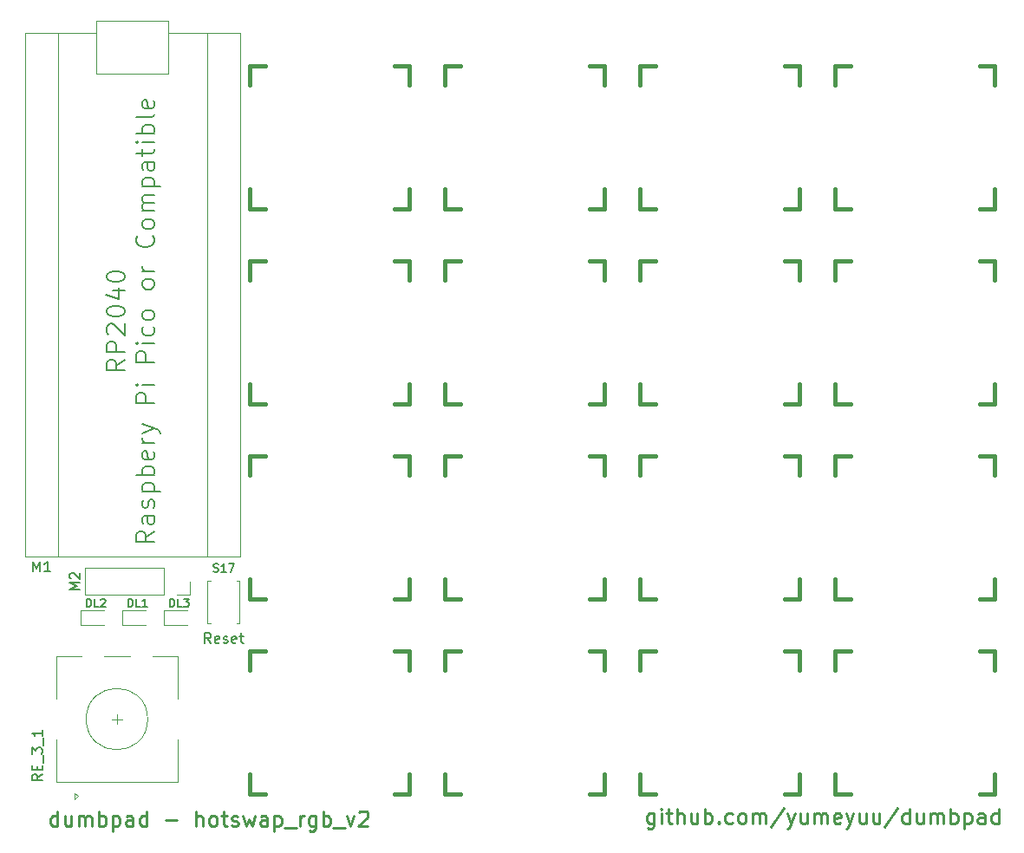
<source format=gto>
%TF.GenerationSoftware,KiCad,Pcbnew,8.0.0*%
%TF.CreationDate,2024-03-13T16:12:56+07:00*%
%TF.ProjectId,dumbpad,64756d62-7061-4642-9e6b-696361645f70,rev?*%
%TF.SameCoordinates,Original*%
%TF.FileFunction,Legend,Top*%
%TF.FilePolarity,Positive*%
%FSLAX46Y46*%
G04 Gerber Fmt 4.6, Leading zero omitted, Abs format (unit mm)*
G04 Created by KiCad (PCBNEW 8.0.0) date 2024-03-13 16:12:56*
%MOMM*%
%LPD*%
G01*
G04 APERTURE LIST*
%ADD10C,0.200000*%
%ADD11C,0.262500*%
%ADD12C,0.150000*%
%ADD13C,0.120000*%
%ADD14C,0.381000*%
G04 APERTURE END LIST*
D10*
X109990365Y-98005429D02*
X109133222Y-98605429D01*
X109990365Y-99034000D02*
X108190365Y-99034000D01*
X108190365Y-99034000D02*
X108190365Y-98348286D01*
X108190365Y-98348286D02*
X108276079Y-98176857D01*
X108276079Y-98176857D02*
X108361793Y-98091143D01*
X108361793Y-98091143D02*
X108533222Y-98005429D01*
X108533222Y-98005429D02*
X108790365Y-98005429D01*
X108790365Y-98005429D02*
X108961793Y-98091143D01*
X108961793Y-98091143D02*
X109047508Y-98176857D01*
X109047508Y-98176857D02*
X109133222Y-98348286D01*
X109133222Y-98348286D02*
X109133222Y-99034000D01*
X109990365Y-97234000D02*
X108190365Y-97234000D01*
X108190365Y-97234000D02*
X108190365Y-96548286D01*
X108190365Y-96548286D02*
X108276079Y-96376857D01*
X108276079Y-96376857D02*
X108361793Y-96291143D01*
X108361793Y-96291143D02*
X108533222Y-96205429D01*
X108533222Y-96205429D02*
X108790365Y-96205429D01*
X108790365Y-96205429D02*
X108961793Y-96291143D01*
X108961793Y-96291143D02*
X109047508Y-96376857D01*
X109047508Y-96376857D02*
X109133222Y-96548286D01*
X109133222Y-96548286D02*
X109133222Y-97234000D01*
X108361793Y-95519714D02*
X108276079Y-95434000D01*
X108276079Y-95434000D02*
X108190365Y-95262572D01*
X108190365Y-95262572D02*
X108190365Y-94834000D01*
X108190365Y-94834000D02*
X108276079Y-94662572D01*
X108276079Y-94662572D02*
X108361793Y-94576857D01*
X108361793Y-94576857D02*
X108533222Y-94491143D01*
X108533222Y-94491143D02*
X108704651Y-94491143D01*
X108704651Y-94491143D02*
X108961793Y-94576857D01*
X108961793Y-94576857D02*
X109990365Y-95605429D01*
X109990365Y-95605429D02*
X109990365Y-94491143D01*
X108190365Y-93376857D02*
X108190365Y-93205428D01*
X108190365Y-93205428D02*
X108276079Y-93034000D01*
X108276079Y-93034000D02*
X108361793Y-92948286D01*
X108361793Y-92948286D02*
X108533222Y-92862571D01*
X108533222Y-92862571D02*
X108876079Y-92776857D01*
X108876079Y-92776857D02*
X109304651Y-92776857D01*
X109304651Y-92776857D02*
X109647508Y-92862571D01*
X109647508Y-92862571D02*
X109818936Y-92948286D01*
X109818936Y-92948286D02*
X109904651Y-93034000D01*
X109904651Y-93034000D02*
X109990365Y-93205428D01*
X109990365Y-93205428D02*
X109990365Y-93376857D01*
X109990365Y-93376857D02*
X109904651Y-93548286D01*
X109904651Y-93548286D02*
X109818936Y-93634000D01*
X109818936Y-93634000D02*
X109647508Y-93719714D01*
X109647508Y-93719714D02*
X109304651Y-93805428D01*
X109304651Y-93805428D02*
X108876079Y-93805428D01*
X108876079Y-93805428D02*
X108533222Y-93719714D01*
X108533222Y-93719714D02*
X108361793Y-93634000D01*
X108361793Y-93634000D02*
X108276079Y-93548286D01*
X108276079Y-93548286D02*
X108190365Y-93376857D01*
X108790365Y-91234000D02*
X109990365Y-91234000D01*
X108104651Y-91662571D02*
X109390365Y-92091142D01*
X109390365Y-92091142D02*
X109390365Y-90976857D01*
X108190365Y-89948285D02*
X108190365Y-89776856D01*
X108190365Y-89776856D02*
X108276079Y-89605428D01*
X108276079Y-89605428D02*
X108361793Y-89519714D01*
X108361793Y-89519714D02*
X108533222Y-89433999D01*
X108533222Y-89433999D02*
X108876079Y-89348285D01*
X108876079Y-89348285D02*
X109304651Y-89348285D01*
X109304651Y-89348285D02*
X109647508Y-89433999D01*
X109647508Y-89433999D02*
X109818936Y-89519714D01*
X109818936Y-89519714D02*
X109904651Y-89605428D01*
X109904651Y-89605428D02*
X109990365Y-89776856D01*
X109990365Y-89776856D02*
X109990365Y-89948285D01*
X109990365Y-89948285D02*
X109904651Y-90119714D01*
X109904651Y-90119714D02*
X109818936Y-90205428D01*
X109818936Y-90205428D02*
X109647508Y-90291142D01*
X109647508Y-90291142D02*
X109304651Y-90376856D01*
X109304651Y-90376856D02*
X108876079Y-90376856D01*
X108876079Y-90376856D02*
X108533222Y-90291142D01*
X108533222Y-90291142D02*
X108361793Y-90205428D01*
X108361793Y-90205428D02*
X108276079Y-90119714D01*
X108276079Y-90119714D02*
X108190365Y-89948285D01*
X112888264Y-114762570D02*
X112031121Y-115362570D01*
X112888264Y-115791141D02*
X111088264Y-115791141D01*
X111088264Y-115791141D02*
X111088264Y-115105427D01*
X111088264Y-115105427D02*
X111173978Y-114933998D01*
X111173978Y-114933998D02*
X111259692Y-114848284D01*
X111259692Y-114848284D02*
X111431121Y-114762570D01*
X111431121Y-114762570D02*
X111688264Y-114762570D01*
X111688264Y-114762570D02*
X111859692Y-114848284D01*
X111859692Y-114848284D02*
X111945407Y-114933998D01*
X111945407Y-114933998D02*
X112031121Y-115105427D01*
X112031121Y-115105427D02*
X112031121Y-115791141D01*
X112888264Y-113219713D02*
X111945407Y-113219713D01*
X111945407Y-113219713D02*
X111773978Y-113305427D01*
X111773978Y-113305427D02*
X111688264Y-113476855D01*
X111688264Y-113476855D02*
X111688264Y-113819713D01*
X111688264Y-113819713D02*
X111773978Y-113991141D01*
X112802550Y-113219713D02*
X112888264Y-113391141D01*
X112888264Y-113391141D02*
X112888264Y-113819713D01*
X112888264Y-113819713D02*
X112802550Y-113991141D01*
X112802550Y-113991141D02*
X112631121Y-114076855D01*
X112631121Y-114076855D02*
X112459692Y-114076855D01*
X112459692Y-114076855D02*
X112288264Y-113991141D01*
X112288264Y-113991141D02*
X112202550Y-113819713D01*
X112202550Y-113819713D02*
X112202550Y-113391141D01*
X112202550Y-113391141D02*
X112116835Y-113219713D01*
X112802550Y-112448284D02*
X112888264Y-112276856D01*
X112888264Y-112276856D02*
X112888264Y-111933999D01*
X112888264Y-111933999D02*
X112802550Y-111762570D01*
X112802550Y-111762570D02*
X112631121Y-111676856D01*
X112631121Y-111676856D02*
X112545407Y-111676856D01*
X112545407Y-111676856D02*
X112373978Y-111762570D01*
X112373978Y-111762570D02*
X112288264Y-111933999D01*
X112288264Y-111933999D02*
X112288264Y-112191142D01*
X112288264Y-112191142D02*
X112202550Y-112362570D01*
X112202550Y-112362570D02*
X112031121Y-112448284D01*
X112031121Y-112448284D02*
X111945407Y-112448284D01*
X111945407Y-112448284D02*
X111773978Y-112362570D01*
X111773978Y-112362570D02*
X111688264Y-112191142D01*
X111688264Y-112191142D02*
X111688264Y-111933999D01*
X111688264Y-111933999D02*
X111773978Y-111762570D01*
X111688264Y-110905427D02*
X113488264Y-110905427D01*
X111773978Y-110905427D02*
X111688264Y-110733999D01*
X111688264Y-110733999D02*
X111688264Y-110391141D01*
X111688264Y-110391141D02*
X111773978Y-110219713D01*
X111773978Y-110219713D02*
X111859692Y-110133999D01*
X111859692Y-110133999D02*
X112031121Y-110048284D01*
X112031121Y-110048284D02*
X112545407Y-110048284D01*
X112545407Y-110048284D02*
X112716835Y-110133999D01*
X112716835Y-110133999D02*
X112802550Y-110219713D01*
X112802550Y-110219713D02*
X112888264Y-110391141D01*
X112888264Y-110391141D02*
X112888264Y-110733999D01*
X112888264Y-110733999D02*
X112802550Y-110905427D01*
X112888264Y-109276856D02*
X111088264Y-109276856D01*
X111773978Y-109276856D02*
X111688264Y-109105428D01*
X111688264Y-109105428D02*
X111688264Y-108762570D01*
X111688264Y-108762570D02*
X111773978Y-108591142D01*
X111773978Y-108591142D02*
X111859692Y-108505428D01*
X111859692Y-108505428D02*
X112031121Y-108419713D01*
X112031121Y-108419713D02*
X112545407Y-108419713D01*
X112545407Y-108419713D02*
X112716835Y-108505428D01*
X112716835Y-108505428D02*
X112802550Y-108591142D01*
X112802550Y-108591142D02*
X112888264Y-108762570D01*
X112888264Y-108762570D02*
X112888264Y-109105428D01*
X112888264Y-109105428D02*
X112802550Y-109276856D01*
X112802550Y-106962571D02*
X112888264Y-107133999D01*
X112888264Y-107133999D02*
X112888264Y-107476857D01*
X112888264Y-107476857D02*
X112802550Y-107648285D01*
X112802550Y-107648285D02*
X112631121Y-107733999D01*
X112631121Y-107733999D02*
X111945407Y-107733999D01*
X111945407Y-107733999D02*
X111773978Y-107648285D01*
X111773978Y-107648285D02*
X111688264Y-107476857D01*
X111688264Y-107476857D02*
X111688264Y-107133999D01*
X111688264Y-107133999D02*
X111773978Y-106962571D01*
X111773978Y-106962571D02*
X111945407Y-106876857D01*
X111945407Y-106876857D02*
X112116835Y-106876857D01*
X112116835Y-106876857D02*
X112288264Y-107733999D01*
X112888264Y-106105428D02*
X111688264Y-106105428D01*
X112031121Y-106105428D02*
X111859692Y-106019714D01*
X111859692Y-106019714D02*
X111773978Y-105934000D01*
X111773978Y-105934000D02*
X111688264Y-105762571D01*
X111688264Y-105762571D02*
X111688264Y-105591142D01*
X111688264Y-105162571D02*
X112888264Y-104733999D01*
X111688264Y-104305428D02*
X112888264Y-104733999D01*
X112888264Y-104733999D02*
X113316835Y-104905428D01*
X113316835Y-104905428D02*
X113402550Y-104991142D01*
X113402550Y-104991142D02*
X113488264Y-105162571D01*
X112888264Y-102248284D02*
X111088264Y-102248284D01*
X111088264Y-102248284D02*
X111088264Y-101562570D01*
X111088264Y-101562570D02*
X111173978Y-101391141D01*
X111173978Y-101391141D02*
X111259692Y-101305427D01*
X111259692Y-101305427D02*
X111431121Y-101219713D01*
X111431121Y-101219713D02*
X111688264Y-101219713D01*
X111688264Y-101219713D02*
X111859692Y-101305427D01*
X111859692Y-101305427D02*
X111945407Y-101391141D01*
X111945407Y-101391141D02*
X112031121Y-101562570D01*
X112031121Y-101562570D02*
X112031121Y-102248284D01*
X112888264Y-100448284D02*
X111688264Y-100448284D01*
X111088264Y-100448284D02*
X111173978Y-100533998D01*
X111173978Y-100533998D02*
X111259692Y-100448284D01*
X111259692Y-100448284D02*
X111173978Y-100362570D01*
X111173978Y-100362570D02*
X111088264Y-100448284D01*
X111088264Y-100448284D02*
X111259692Y-100448284D01*
X112888264Y-98219712D02*
X111088264Y-98219712D01*
X111088264Y-98219712D02*
X111088264Y-97533998D01*
X111088264Y-97533998D02*
X111173978Y-97362569D01*
X111173978Y-97362569D02*
X111259692Y-97276855D01*
X111259692Y-97276855D02*
X111431121Y-97191141D01*
X111431121Y-97191141D02*
X111688264Y-97191141D01*
X111688264Y-97191141D02*
X111859692Y-97276855D01*
X111859692Y-97276855D02*
X111945407Y-97362569D01*
X111945407Y-97362569D02*
X112031121Y-97533998D01*
X112031121Y-97533998D02*
X112031121Y-98219712D01*
X112888264Y-96419712D02*
X111688264Y-96419712D01*
X111088264Y-96419712D02*
X111173978Y-96505426D01*
X111173978Y-96505426D02*
X111259692Y-96419712D01*
X111259692Y-96419712D02*
X111173978Y-96333998D01*
X111173978Y-96333998D02*
X111088264Y-96419712D01*
X111088264Y-96419712D02*
X111259692Y-96419712D01*
X112802550Y-94791141D02*
X112888264Y-94962569D01*
X112888264Y-94962569D02*
X112888264Y-95305426D01*
X112888264Y-95305426D02*
X112802550Y-95476855D01*
X112802550Y-95476855D02*
X112716835Y-95562569D01*
X112716835Y-95562569D02*
X112545407Y-95648283D01*
X112545407Y-95648283D02*
X112031121Y-95648283D01*
X112031121Y-95648283D02*
X111859692Y-95562569D01*
X111859692Y-95562569D02*
X111773978Y-95476855D01*
X111773978Y-95476855D02*
X111688264Y-95305426D01*
X111688264Y-95305426D02*
X111688264Y-94962569D01*
X111688264Y-94962569D02*
X111773978Y-94791141D01*
X112888264Y-93762569D02*
X112802550Y-93933998D01*
X112802550Y-93933998D02*
X112716835Y-94019712D01*
X112716835Y-94019712D02*
X112545407Y-94105426D01*
X112545407Y-94105426D02*
X112031121Y-94105426D01*
X112031121Y-94105426D02*
X111859692Y-94019712D01*
X111859692Y-94019712D02*
X111773978Y-93933998D01*
X111773978Y-93933998D02*
X111688264Y-93762569D01*
X111688264Y-93762569D02*
X111688264Y-93505426D01*
X111688264Y-93505426D02*
X111773978Y-93333998D01*
X111773978Y-93333998D02*
X111859692Y-93248284D01*
X111859692Y-93248284D02*
X112031121Y-93162569D01*
X112031121Y-93162569D02*
X112545407Y-93162569D01*
X112545407Y-93162569D02*
X112716835Y-93248284D01*
X112716835Y-93248284D02*
X112802550Y-93333998D01*
X112802550Y-93333998D02*
X112888264Y-93505426D01*
X112888264Y-93505426D02*
X112888264Y-93762569D01*
X112888264Y-90762569D02*
X112802550Y-90933998D01*
X112802550Y-90933998D02*
X112716835Y-91019712D01*
X112716835Y-91019712D02*
X112545407Y-91105426D01*
X112545407Y-91105426D02*
X112031121Y-91105426D01*
X112031121Y-91105426D02*
X111859692Y-91019712D01*
X111859692Y-91019712D02*
X111773978Y-90933998D01*
X111773978Y-90933998D02*
X111688264Y-90762569D01*
X111688264Y-90762569D02*
X111688264Y-90505426D01*
X111688264Y-90505426D02*
X111773978Y-90333998D01*
X111773978Y-90333998D02*
X111859692Y-90248284D01*
X111859692Y-90248284D02*
X112031121Y-90162569D01*
X112031121Y-90162569D02*
X112545407Y-90162569D01*
X112545407Y-90162569D02*
X112716835Y-90248284D01*
X112716835Y-90248284D02*
X112802550Y-90333998D01*
X112802550Y-90333998D02*
X112888264Y-90505426D01*
X112888264Y-90505426D02*
X112888264Y-90762569D01*
X112888264Y-89391141D02*
X111688264Y-89391141D01*
X112031121Y-89391141D02*
X111859692Y-89305427D01*
X111859692Y-89305427D02*
X111773978Y-89219713D01*
X111773978Y-89219713D02*
X111688264Y-89048284D01*
X111688264Y-89048284D02*
X111688264Y-88876855D01*
X112716835Y-85876855D02*
X112802550Y-85962569D01*
X112802550Y-85962569D02*
X112888264Y-86219712D01*
X112888264Y-86219712D02*
X112888264Y-86391140D01*
X112888264Y-86391140D02*
X112802550Y-86648283D01*
X112802550Y-86648283D02*
X112631121Y-86819712D01*
X112631121Y-86819712D02*
X112459692Y-86905426D01*
X112459692Y-86905426D02*
X112116835Y-86991140D01*
X112116835Y-86991140D02*
X111859692Y-86991140D01*
X111859692Y-86991140D02*
X111516835Y-86905426D01*
X111516835Y-86905426D02*
X111345407Y-86819712D01*
X111345407Y-86819712D02*
X111173978Y-86648283D01*
X111173978Y-86648283D02*
X111088264Y-86391140D01*
X111088264Y-86391140D02*
X111088264Y-86219712D01*
X111088264Y-86219712D02*
X111173978Y-85962569D01*
X111173978Y-85962569D02*
X111259692Y-85876855D01*
X112888264Y-84848283D02*
X112802550Y-85019712D01*
X112802550Y-85019712D02*
X112716835Y-85105426D01*
X112716835Y-85105426D02*
X112545407Y-85191140D01*
X112545407Y-85191140D02*
X112031121Y-85191140D01*
X112031121Y-85191140D02*
X111859692Y-85105426D01*
X111859692Y-85105426D02*
X111773978Y-85019712D01*
X111773978Y-85019712D02*
X111688264Y-84848283D01*
X111688264Y-84848283D02*
X111688264Y-84591140D01*
X111688264Y-84591140D02*
X111773978Y-84419712D01*
X111773978Y-84419712D02*
X111859692Y-84333998D01*
X111859692Y-84333998D02*
X112031121Y-84248283D01*
X112031121Y-84248283D02*
X112545407Y-84248283D01*
X112545407Y-84248283D02*
X112716835Y-84333998D01*
X112716835Y-84333998D02*
X112802550Y-84419712D01*
X112802550Y-84419712D02*
X112888264Y-84591140D01*
X112888264Y-84591140D02*
X112888264Y-84848283D01*
X112888264Y-83476855D02*
X111688264Y-83476855D01*
X111859692Y-83476855D02*
X111773978Y-83391141D01*
X111773978Y-83391141D02*
X111688264Y-83219712D01*
X111688264Y-83219712D02*
X111688264Y-82962569D01*
X111688264Y-82962569D02*
X111773978Y-82791141D01*
X111773978Y-82791141D02*
X111945407Y-82705427D01*
X111945407Y-82705427D02*
X112888264Y-82705427D01*
X111945407Y-82705427D02*
X111773978Y-82619712D01*
X111773978Y-82619712D02*
X111688264Y-82448284D01*
X111688264Y-82448284D02*
X111688264Y-82191141D01*
X111688264Y-82191141D02*
X111773978Y-82019712D01*
X111773978Y-82019712D02*
X111945407Y-81933998D01*
X111945407Y-81933998D02*
X112888264Y-81933998D01*
X111688264Y-81076855D02*
X113488264Y-81076855D01*
X111773978Y-81076855D02*
X111688264Y-80905427D01*
X111688264Y-80905427D02*
X111688264Y-80562569D01*
X111688264Y-80562569D02*
X111773978Y-80391141D01*
X111773978Y-80391141D02*
X111859692Y-80305427D01*
X111859692Y-80305427D02*
X112031121Y-80219712D01*
X112031121Y-80219712D02*
X112545407Y-80219712D01*
X112545407Y-80219712D02*
X112716835Y-80305427D01*
X112716835Y-80305427D02*
X112802550Y-80391141D01*
X112802550Y-80391141D02*
X112888264Y-80562569D01*
X112888264Y-80562569D02*
X112888264Y-80905427D01*
X112888264Y-80905427D02*
X112802550Y-81076855D01*
X112888264Y-78676856D02*
X111945407Y-78676856D01*
X111945407Y-78676856D02*
X111773978Y-78762570D01*
X111773978Y-78762570D02*
X111688264Y-78933998D01*
X111688264Y-78933998D02*
X111688264Y-79276856D01*
X111688264Y-79276856D02*
X111773978Y-79448284D01*
X112802550Y-78676856D02*
X112888264Y-78848284D01*
X112888264Y-78848284D02*
X112888264Y-79276856D01*
X112888264Y-79276856D02*
X112802550Y-79448284D01*
X112802550Y-79448284D02*
X112631121Y-79533998D01*
X112631121Y-79533998D02*
X112459692Y-79533998D01*
X112459692Y-79533998D02*
X112288264Y-79448284D01*
X112288264Y-79448284D02*
X112202550Y-79276856D01*
X112202550Y-79276856D02*
X112202550Y-78848284D01*
X112202550Y-78848284D02*
X112116835Y-78676856D01*
X111688264Y-78076856D02*
X111688264Y-77391142D01*
X111088264Y-77819713D02*
X112631121Y-77819713D01*
X112631121Y-77819713D02*
X112802550Y-77733999D01*
X112802550Y-77733999D02*
X112888264Y-77562570D01*
X112888264Y-77562570D02*
X112888264Y-77391142D01*
X112888264Y-76791142D02*
X111688264Y-76791142D01*
X111088264Y-76791142D02*
X111173978Y-76876856D01*
X111173978Y-76876856D02*
X111259692Y-76791142D01*
X111259692Y-76791142D02*
X111173978Y-76705428D01*
X111173978Y-76705428D02*
X111088264Y-76791142D01*
X111088264Y-76791142D02*
X111259692Y-76791142D01*
X112888264Y-75933999D02*
X111088264Y-75933999D01*
X111773978Y-75933999D02*
X111688264Y-75762571D01*
X111688264Y-75762571D02*
X111688264Y-75419713D01*
X111688264Y-75419713D02*
X111773978Y-75248285D01*
X111773978Y-75248285D02*
X111859692Y-75162571D01*
X111859692Y-75162571D02*
X112031121Y-75076856D01*
X112031121Y-75076856D02*
X112545407Y-75076856D01*
X112545407Y-75076856D02*
X112716835Y-75162571D01*
X112716835Y-75162571D02*
X112802550Y-75248285D01*
X112802550Y-75248285D02*
X112888264Y-75419713D01*
X112888264Y-75419713D02*
X112888264Y-75762571D01*
X112888264Y-75762571D02*
X112802550Y-75933999D01*
X112888264Y-74048285D02*
X112802550Y-74219714D01*
X112802550Y-74219714D02*
X112631121Y-74305428D01*
X112631121Y-74305428D02*
X111088264Y-74305428D01*
X112802550Y-72676857D02*
X112888264Y-72848285D01*
X112888264Y-72848285D02*
X112888264Y-73191143D01*
X112888264Y-73191143D02*
X112802550Y-73362571D01*
X112802550Y-73362571D02*
X112631121Y-73448285D01*
X112631121Y-73448285D02*
X111945407Y-73448285D01*
X111945407Y-73448285D02*
X111773978Y-73362571D01*
X111773978Y-73362571D02*
X111688264Y-73191143D01*
X111688264Y-73191143D02*
X111688264Y-72848285D01*
X111688264Y-72848285D02*
X111773978Y-72676857D01*
X111773978Y-72676857D02*
X111945407Y-72591143D01*
X111945407Y-72591143D02*
X112116835Y-72591143D01*
X112116835Y-72591143D02*
X112288264Y-73448285D01*
D11*
X103415463Y-143568308D02*
X103415463Y-142080808D01*
X103415463Y-143497475D02*
X103273797Y-143568308D01*
X103273797Y-143568308D02*
X102990463Y-143568308D01*
X102990463Y-143568308D02*
X102848797Y-143497475D01*
X102848797Y-143497475D02*
X102777963Y-143426641D01*
X102777963Y-143426641D02*
X102707130Y-143284975D01*
X102707130Y-143284975D02*
X102707130Y-142859975D01*
X102707130Y-142859975D02*
X102777963Y-142718308D01*
X102777963Y-142718308D02*
X102848797Y-142647475D01*
X102848797Y-142647475D02*
X102990463Y-142576641D01*
X102990463Y-142576641D02*
X103273797Y-142576641D01*
X103273797Y-142576641D02*
X103415463Y-142647475D01*
X104761296Y-142576641D02*
X104761296Y-143568308D01*
X104123796Y-142576641D02*
X104123796Y-143355808D01*
X104123796Y-143355808D02*
X104194630Y-143497475D01*
X104194630Y-143497475D02*
X104336296Y-143568308D01*
X104336296Y-143568308D02*
X104548796Y-143568308D01*
X104548796Y-143568308D02*
X104690463Y-143497475D01*
X104690463Y-143497475D02*
X104761296Y-143426641D01*
X105469629Y-143568308D02*
X105469629Y-142576641D01*
X105469629Y-142718308D02*
X105540463Y-142647475D01*
X105540463Y-142647475D02*
X105682129Y-142576641D01*
X105682129Y-142576641D02*
X105894629Y-142576641D01*
X105894629Y-142576641D02*
X106036296Y-142647475D01*
X106036296Y-142647475D02*
X106107129Y-142789141D01*
X106107129Y-142789141D02*
X106107129Y-143568308D01*
X106107129Y-142789141D02*
X106177963Y-142647475D01*
X106177963Y-142647475D02*
X106319629Y-142576641D01*
X106319629Y-142576641D02*
X106532129Y-142576641D01*
X106532129Y-142576641D02*
X106673796Y-142647475D01*
X106673796Y-142647475D02*
X106744629Y-142789141D01*
X106744629Y-142789141D02*
X106744629Y-143568308D01*
X107452962Y-143568308D02*
X107452962Y-142080808D01*
X107452962Y-142647475D02*
X107594629Y-142576641D01*
X107594629Y-142576641D02*
X107877962Y-142576641D01*
X107877962Y-142576641D02*
X108019629Y-142647475D01*
X108019629Y-142647475D02*
X108090462Y-142718308D01*
X108090462Y-142718308D02*
X108161296Y-142859975D01*
X108161296Y-142859975D02*
X108161296Y-143284975D01*
X108161296Y-143284975D02*
X108090462Y-143426641D01*
X108090462Y-143426641D02*
X108019629Y-143497475D01*
X108019629Y-143497475D02*
X107877962Y-143568308D01*
X107877962Y-143568308D02*
X107594629Y-143568308D01*
X107594629Y-143568308D02*
X107452962Y-143497475D01*
X108798795Y-142576641D02*
X108798795Y-144064141D01*
X108798795Y-142647475D02*
X108940462Y-142576641D01*
X108940462Y-142576641D02*
X109223795Y-142576641D01*
X109223795Y-142576641D02*
X109365462Y-142647475D01*
X109365462Y-142647475D02*
X109436295Y-142718308D01*
X109436295Y-142718308D02*
X109507129Y-142859975D01*
X109507129Y-142859975D02*
X109507129Y-143284975D01*
X109507129Y-143284975D02*
X109436295Y-143426641D01*
X109436295Y-143426641D02*
X109365462Y-143497475D01*
X109365462Y-143497475D02*
X109223795Y-143568308D01*
X109223795Y-143568308D02*
X108940462Y-143568308D01*
X108940462Y-143568308D02*
X108798795Y-143497475D01*
X110782128Y-143568308D02*
X110782128Y-142789141D01*
X110782128Y-142789141D02*
X110711295Y-142647475D01*
X110711295Y-142647475D02*
X110569628Y-142576641D01*
X110569628Y-142576641D02*
X110286295Y-142576641D01*
X110286295Y-142576641D02*
X110144628Y-142647475D01*
X110782128Y-143497475D02*
X110640462Y-143568308D01*
X110640462Y-143568308D02*
X110286295Y-143568308D01*
X110286295Y-143568308D02*
X110144628Y-143497475D01*
X110144628Y-143497475D02*
X110073795Y-143355808D01*
X110073795Y-143355808D02*
X110073795Y-143214141D01*
X110073795Y-143214141D02*
X110144628Y-143072475D01*
X110144628Y-143072475D02*
X110286295Y-143001641D01*
X110286295Y-143001641D02*
X110640462Y-143001641D01*
X110640462Y-143001641D02*
X110782128Y-142930808D01*
X112127961Y-143568308D02*
X112127961Y-142080808D01*
X112127961Y-143497475D02*
X111986295Y-143568308D01*
X111986295Y-143568308D02*
X111702961Y-143568308D01*
X111702961Y-143568308D02*
X111561295Y-143497475D01*
X111561295Y-143497475D02*
X111490461Y-143426641D01*
X111490461Y-143426641D02*
X111419628Y-143284975D01*
X111419628Y-143284975D02*
X111419628Y-142859975D01*
X111419628Y-142859975D02*
X111490461Y-142718308D01*
X111490461Y-142718308D02*
X111561295Y-142647475D01*
X111561295Y-142647475D02*
X111702961Y-142576641D01*
X111702961Y-142576641D02*
X111986295Y-142576641D01*
X111986295Y-142576641D02*
X112127961Y-142647475D01*
X113969627Y-143001641D02*
X115102961Y-143001641D01*
X116944627Y-143568308D02*
X116944627Y-142080808D01*
X117582127Y-143568308D02*
X117582127Y-142789141D01*
X117582127Y-142789141D02*
X117511294Y-142647475D01*
X117511294Y-142647475D02*
X117369627Y-142576641D01*
X117369627Y-142576641D02*
X117157127Y-142576641D01*
X117157127Y-142576641D02*
X117015461Y-142647475D01*
X117015461Y-142647475D02*
X116944627Y-142718308D01*
X118502960Y-143568308D02*
X118361294Y-143497475D01*
X118361294Y-143497475D02*
X118290460Y-143426641D01*
X118290460Y-143426641D02*
X118219627Y-143284975D01*
X118219627Y-143284975D02*
X118219627Y-142859975D01*
X118219627Y-142859975D02*
X118290460Y-142718308D01*
X118290460Y-142718308D02*
X118361294Y-142647475D01*
X118361294Y-142647475D02*
X118502960Y-142576641D01*
X118502960Y-142576641D02*
X118715460Y-142576641D01*
X118715460Y-142576641D02*
X118857127Y-142647475D01*
X118857127Y-142647475D02*
X118927960Y-142718308D01*
X118927960Y-142718308D02*
X118998794Y-142859975D01*
X118998794Y-142859975D02*
X118998794Y-143284975D01*
X118998794Y-143284975D02*
X118927960Y-143426641D01*
X118927960Y-143426641D02*
X118857127Y-143497475D01*
X118857127Y-143497475D02*
X118715460Y-143568308D01*
X118715460Y-143568308D02*
X118502960Y-143568308D01*
X119423793Y-142576641D02*
X119990460Y-142576641D01*
X119636293Y-142080808D02*
X119636293Y-143355808D01*
X119636293Y-143355808D02*
X119707127Y-143497475D01*
X119707127Y-143497475D02*
X119848793Y-143568308D01*
X119848793Y-143568308D02*
X119990460Y-143568308D01*
X120415460Y-143497475D02*
X120557127Y-143568308D01*
X120557127Y-143568308D02*
X120840460Y-143568308D01*
X120840460Y-143568308D02*
X120982127Y-143497475D01*
X120982127Y-143497475D02*
X121052960Y-143355808D01*
X121052960Y-143355808D02*
X121052960Y-143284975D01*
X121052960Y-143284975D02*
X120982127Y-143143308D01*
X120982127Y-143143308D02*
X120840460Y-143072475D01*
X120840460Y-143072475D02*
X120627960Y-143072475D01*
X120627960Y-143072475D02*
X120486293Y-143001641D01*
X120486293Y-143001641D02*
X120415460Y-142859975D01*
X120415460Y-142859975D02*
X120415460Y-142789141D01*
X120415460Y-142789141D02*
X120486293Y-142647475D01*
X120486293Y-142647475D02*
X120627960Y-142576641D01*
X120627960Y-142576641D02*
X120840460Y-142576641D01*
X120840460Y-142576641D02*
X120982127Y-142647475D01*
X121548794Y-142576641D02*
X121832127Y-143568308D01*
X121832127Y-143568308D02*
X122115460Y-142859975D01*
X122115460Y-142859975D02*
X122398794Y-143568308D01*
X122398794Y-143568308D02*
X122682127Y-142576641D01*
X123886293Y-143568308D02*
X123886293Y-142789141D01*
X123886293Y-142789141D02*
X123815460Y-142647475D01*
X123815460Y-142647475D02*
X123673793Y-142576641D01*
X123673793Y-142576641D02*
X123390460Y-142576641D01*
X123390460Y-142576641D02*
X123248793Y-142647475D01*
X123886293Y-143497475D02*
X123744627Y-143568308D01*
X123744627Y-143568308D02*
X123390460Y-143568308D01*
X123390460Y-143568308D02*
X123248793Y-143497475D01*
X123248793Y-143497475D02*
X123177960Y-143355808D01*
X123177960Y-143355808D02*
X123177960Y-143214141D01*
X123177960Y-143214141D02*
X123248793Y-143072475D01*
X123248793Y-143072475D02*
X123390460Y-143001641D01*
X123390460Y-143001641D02*
X123744627Y-143001641D01*
X123744627Y-143001641D02*
X123886293Y-142930808D01*
X124594626Y-142576641D02*
X124594626Y-144064141D01*
X124594626Y-142647475D02*
X124736293Y-142576641D01*
X124736293Y-142576641D02*
X125019626Y-142576641D01*
X125019626Y-142576641D02*
X125161293Y-142647475D01*
X125161293Y-142647475D02*
X125232126Y-142718308D01*
X125232126Y-142718308D02*
X125302960Y-142859975D01*
X125302960Y-142859975D02*
X125302960Y-143284975D01*
X125302960Y-143284975D02*
X125232126Y-143426641D01*
X125232126Y-143426641D02*
X125161293Y-143497475D01*
X125161293Y-143497475D02*
X125019626Y-143568308D01*
X125019626Y-143568308D02*
X124736293Y-143568308D01*
X124736293Y-143568308D02*
X124594626Y-143497475D01*
X125586293Y-143709975D02*
X126719626Y-143709975D01*
X127073792Y-143568308D02*
X127073792Y-142576641D01*
X127073792Y-142859975D02*
X127144626Y-142718308D01*
X127144626Y-142718308D02*
X127215459Y-142647475D01*
X127215459Y-142647475D02*
X127357126Y-142576641D01*
X127357126Y-142576641D02*
X127498792Y-142576641D01*
X128632125Y-142576641D02*
X128632125Y-143780808D01*
X128632125Y-143780808D02*
X128561292Y-143922475D01*
X128561292Y-143922475D02*
X128490459Y-143993308D01*
X128490459Y-143993308D02*
X128348792Y-144064141D01*
X128348792Y-144064141D02*
X128136292Y-144064141D01*
X128136292Y-144064141D02*
X127994625Y-143993308D01*
X128632125Y-143497475D02*
X128490459Y-143568308D01*
X128490459Y-143568308D02*
X128207125Y-143568308D01*
X128207125Y-143568308D02*
X128065459Y-143497475D01*
X128065459Y-143497475D02*
X127994625Y-143426641D01*
X127994625Y-143426641D02*
X127923792Y-143284975D01*
X127923792Y-143284975D02*
X127923792Y-142859975D01*
X127923792Y-142859975D02*
X127994625Y-142718308D01*
X127994625Y-142718308D02*
X128065459Y-142647475D01*
X128065459Y-142647475D02*
X128207125Y-142576641D01*
X128207125Y-142576641D02*
X128490459Y-142576641D01*
X128490459Y-142576641D02*
X128632125Y-142647475D01*
X129340458Y-143568308D02*
X129340458Y-142080808D01*
X129340458Y-142647475D02*
X129482125Y-142576641D01*
X129482125Y-142576641D02*
X129765458Y-142576641D01*
X129765458Y-142576641D02*
X129907125Y-142647475D01*
X129907125Y-142647475D02*
X129977958Y-142718308D01*
X129977958Y-142718308D02*
X130048792Y-142859975D01*
X130048792Y-142859975D02*
X130048792Y-143284975D01*
X130048792Y-143284975D02*
X129977958Y-143426641D01*
X129977958Y-143426641D02*
X129907125Y-143497475D01*
X129907125Y-143497475D02*
X129765458Y-143568308D01*
X129765458Y-143568308D02*
X129482125Y-143568308D01*
X129482125Y-143568308D02*
X129340458Y-143497475D01*
X130332125Y-143709975D02*
X131465458Y-143709975D01*
X131677958Y-142576641D02*
X132032124Y-143568308D01*
X132032124Y-143568308D02*
X132386291Y-142576641D01*
X132882124Y-142222475D02*
X132952957Y-142151641D01*
X132952957Y-142151641D02*
X133094624Y-142080808D01*
X133094624Y-142080808D02*
X133448791Y-142080808D01*
X133448791Y-142080808D02*
X133590457Y-142151641D01*
X133590457Y-142151641D02*
X133661291Y-142222475D01*
X133661291Y-142222475D02*
X133732124Y-142364141D01*
X133732124Y-142364141D02*
X133732124Y-142505808D01*
X133732124Y-142505808D02*
X133661291Y-142718308D01*
X133661291Y-142718308D02*
X132811291Y-143568308D01*
X132811291Y-143568308D02*
X133732124Y-143568308D01*
X161661310Y-142322641D02*
X161661310Y-143526808D01*
X161661310Y-143526808D02*
X161590477Y-143668475D01*
X161590477Y-143668475D02*
X161519644Y-143739308D01*
X161519644Y-143739308D02*
X161377977Y-143810141D01*
X161377977Y-143810141D02*
X161165477Y-143810141D01*
X161165477Y-143810141D02*
X161023810Y-143739308D01*
X161661310Y-143243475D02*
X161519644Y-143314308D01*
X161519644Y-143314308D02*
X161236310Y-143314308D01*
X161236310Y-143314308D02*
X161094644Y-143243475D01*
X161094644Y-143243475D02*
X161023810Y-143172641D01*
X161023810Y-143172641D02*
X160952977Y-143030975D01*
X160952977Y-143030975D02*
X160952977Y-142605975D01*
X160952977Y-142605975D02*
X161023810Y-142464308D01*
X161023810Y-142464308D02*
X161094644Y-142393475D01*
X161094644Y-142393475D02*
X161236310Y-142322641D01*
X161236310Y-142322641D02*
X161519644Y-142322641D01*
X161519644Y-142322641D02*
X161661310Y-142393475D01*
X162369643Y-143314308D02*
X162369643Y-142322641D01*
X162369643Y-141826808D02*
X162298810Y-141897641D01*
X162298810Y-141897641D02*
X162369643Y-141968475D01*
X162369643Y-141968475D02*
X162440477Y-141897641D01*
X162440477Y-141897641D02*
X162369643Y-141826808D01*
X162369643Y-141826808D02*
X162369643Y-141968475D01*
X162865476Y-142322641D02*
X163432143Y-142322641D01*
X163077976Y-141826808D02*
X163077976Y-143101808D01*
X163077976Y-143101808D02*
X163148810Y-143243475D01*
X163148810Y-143243475D02*
X163290476Y-143314308D01*
X163290476Y-143314308D02*
X163432143Y-143314308D01*
X163927976Y-143314308D02*
X163927976Y-141826808D01*
X164565476Y-143314308D02*
X164565476Y-142535141D01*
X164565476Y-142535141D02*
X164494643Y-142393475D01*
X164494643Y-142393475D02*
X164352976Y-142322641D01*
X164352976Y-142322641D02*
X164140476Y-142322641D01*
X164140476Y-142322641D02*
X163998810Y-142393475D01*
X163998810Y-142393475D02*
X163927976Y-142464308D01*
X165911309Y-142322641D02*
X165911309Y-143314308D01*
X165273809Y-142322641D02*
X165273809Y-143101808D01*
X165273809Y-143101808D02*
X165344643Y-143243475D01*
X165344643Y-143243475D02*
X165486309Y-143314308D01*
X165486309Y-143314308D02*
X165698809Y-143314308D01*
X165698809Y-143314308D02*
X165840476Y-143243475D01*
X165840476Y-143243475D02*
X165911309Y-143172641D01*
X166619642Y-143314308D02*
X166619642Y-141826808D01*
X166619642Y-142393475D02*
X166761309Y-142322641D01*
X166761309Y-142322641D02*
X167044642Y-142322641D01*
X167044642Y-142322641D02*
X167186309Y-142393475D01*
X167186309Y-142393475D02*
X167257142Y-142464308D01*
X167257142Y-142464308D02*
X167327976Y-142605975D01*
X167327976Y-142605975D02*
X167327976Y-143030975D01*
X167327976Y-143030975D02*
X167257142Y-143172641D01*
X167257142Y-143172641D02*
X167186309Y-143243475D01*
X167186309Y-143243475D02*
X167044642Y-143314308D01*
X167044642Y-143314308D02*
X166761309Y-143314308D01*
X166761309Y-143314308D02*
X166619642Y-143243475D01*
X167965475Y-143172641D02*
X168036309Y-143243475D01*
X168036309Y-143243475D02*
X167965475Y-143314308D01*
X167965475Y-143314308D02*
X167894642Y-143243475D01*
X167894642Y-143243475D02*
X167965475Y-143172641D01*
X167965475Y-143172641D02*
X167965475Y-143314308D01*
X169311308Y-143243475D02*
X169169642Y-143314308D01*
X169169642Y-143314308D02*
X168886308Y-143314308D01*
X168886308Y-143314308D02*
X168744642Y-143243475D01*
X168744642Y-143243475D02*
X168673808Y-143172641D01*
X168673808Y-143172641D02*
X168602975Y-143030975D01*
X168602975Y-143030975D02*
X168602975Y-142605975D01*
X168602975Y-142605975D02*
X168673808Y-142464308D01*
X168673808Y-142464308D02*
X168744642Y-142393475D01*
X168744642Y-142393475D02*
X168886308Y-142322641D01*
X168886308Y-142322641D02*
X169169642Y-142322641D01*
X169169642Y-142322641D02*
X169311308Y-142393475D01*
X170161308Y-143314308D02*
X170019642Y-143243475D01*
X170019642Y-143243475D02*
X169948808Y-143172641D01*
X169948808Y-143172641D02*
X169877975Y-143030975D01*
X169877975Y-143030975D02*
X169877975Y-142605975D01*
X169877975Y-142605975D02*
X169948808Y-142464308D01*
X169948808Y-142464308D02*
X170019642Y-142393475D01*
X170019642Y-142393475D02*
X170161308Y-142322641D01*
X170161308Y-142322641D02*
X170373808Y-142322641D01*
X170373808Y-142322641D02*
X170515475Y-142393475D01*
X170515475Y-142393475D02*
X170586308Y-142464308D01*
X170586308Y-142464308D02*
X170657142Y-142605975D01*
X170657142Y-142605975D02*
X170657142Y-143030975D01*
X170657142Y-143030975D02*
X170586308Y-143172641D01*
X170586308Y-143172641D02*
X170515475Y-143243475D01*
X170515475Y-143243475D02*
X170373808Y-143314308D01*
X170373808Y-143314308D02*
X170161308Y-143314308D01*
X171294641Y-143314308D02*
X171294641Y-142322641D01*
X171294641Y-142464308D02*
X171365475Y-142393475D01*
X171365475Y-142393475D02*
X171507141Y-142322641D01*
X171507141Y-142322641D02*
X171719641Y-142322641D01*
X171719641Y-142322641D02*
X171861308Y-142393475D01*
X171861308Y-142393475D02*
X171932141Y-142535141D01*
X171932141Y-142535141D02*
X171932141Y-143314308D01*
X171932141Y-142535141D02*
X172002975Y-142393475D01*
X172002975Y-142393475D02*
X172144641Y-142322641D01*
X172144641Y-142322641D02*
X172357141Y-142322641D01*
X172357141Y-142322641D02*
X172498808Y-142393475D01*
X172498808Y-142393475D02*
X172569641Y-142535141D01*
X172569641Y-142535141D02*
X172569641Y-143314308D01*
X174340474Y-141755975D02*
X173065474Y-143668475D01*
X174694641Y-142322641D02*
X175048807Y-143314308D01*
X175402974Y-142322641D02*
X175048807Y-143314308D01*
X175048807Y-143314308D02*
X174907141Y-143668475D01*
X174907141Y-143668475D02*
X174836307Y-143739308D01*
X174836307Y-143739308D02*
X174694641Y-143810141D01*
X176607140Y-142322641D02*
X176607140Y-143314308D01*
X175969640Y-142322641D02*
X175969640Y-143101808D01*
X175969640Y-143101808D02*
X176040474Y-143243475D01*
X176040474Y-143243475D02*
X176182140Y-143314308D01*
X176182140Y-143314308D02*
X176394640Y-143314308D01*
X176394640Y-143314308D02*
X176536307Y-143243475D01*
X176536307Y-143243475D02*
X176607140Y-143172641D01*
X177315473Y-143314308D02*
X177315473Y-142322641D01*
X177315473Y-142464308D02*
X177386307Y-142393475D01*
X177386307Y-142393475D02*
X177527973Y-142322641D01*
X177527973Y-142322641D02*
X177740473Y-142322641D01*
X177740473Y-142322641D02*
X177882140Y-142393475D01*
X177882140Y-142393475D02*
X177952973Y-142535141D01*
X177952973Y-142535141D02*
X177952973Y-143314308D01*
X177952973Y-142535141D02*
X178023807Y-142393475D01*
X178023807Y-142393475D02*
X178165473Y-142322641D01*
X178165473Y-142322641D02*
X178377973Y-142322641D01*
X178377973Y-142322641D02*
X178519640Y-142393475D01*
X178519640Y-142393475D02*
X178590473Y-142535141D01*
X178590473Y-142535141D02*
X178590473Y-143314308D01*
X179865473Y-143243475D02*
X179723806Y-143314308D01*
X179723806Y-143314308D02*
X179440473Y-143314308D01*
X179440473Y-143314308D02*
X179298806Y-143243475D01*
X179298806Y-143243475D02*
X179227973Y-143101808D01*
X179227973Y-143101808D02*
X179227973Y-142535141D01*
X179227973Y-142535141D02*
X179298806Y-142393475D01*
X179298806Y-142393475D02*
X179440473Y-142322641D01*
X179440473Y-142322641D02*
X179723806Y-142322641D01*
X179723806Y-142322641D02*
X179865473Y-142393475D01*
X179865473Y-142393475D02*
X179936306Y-142535141D01*
X179936306Y-142535141D02*
X179936306Y-142676808D01*
X179936306Y-142676808D02*
X179227973Y-142818475D01*
X180432140Y-142322641D02*
X180786306Y-143314308D01*
X181140473Y-142322641D02*
X180786306Y-143314308D01*
X180786306Y-143314308D02*
X180644640Y-143668475D01*
X180644640Y-143668475D02*
X180573806Y-143739308D01*
X180573806Y-143739308D02*
X180432140Y-143810141D01*
X182344639Y-142322641D02*
X182344639Y-143314308D01*
X181707139Y-142322641D02*
X181707139Y-143101808D01*
X181707139Y-143101808D02*
X181777973Y-143243475D01*
X181777973Y-143243475D02*
X181919639Y-143314308D01*
X181919639Y-143314308D02*
X182132139Y-143314308D01*
X182132139Y-143314308D02*
X182273806Y-143243475D01*
X182273806Y-143243475D02*
X182344639Y-143172641D01*
X183690472Y-142322641D02*
X183690472Y-143314308D01*
X183052972Y-142322641D02*
X183052972Y-143101808D01*
X183052972Y-143101808D02*
X183123806Y-143243475D01*
X183123806Y-143243475D02*
X183265472Y-143314308D01*
X183265472Y-143314308D02*
X183477972Y-143314308D01*
X183477972Y-143314308D02*
X183619639Y-143243475D01*
X183619639Y-143243475D02*
X183690472Y-143172641D01*
X185461305Y-141755975D02*
X184186305Y-143668475D01*
X186594638Y-143314308D02*
X186594638Y-141826808D01*
X186594638Y-143243475D02*
X186452972Y-143314308D01*
X186452972Y-143314308D02*
X186169638Y-143314308D01*
X186169638Y-143314308D02*
X186027972Y-143243475D01*
X186027972Y-143243475D02*
X185957138Y-143172641D01*
X185957138Y-143172641D02*
X185886305Y-143030975D01*
X185886305Y-143030975D02*
X185886305Y-142605975D01*
X185886305Y-142605975D02*
X185957138Y-142464308D01*
X185957138Y-142464308D02*
X186027972Y-142393475D01*
X186027972Y-142393475D02*
X186169638Y-142322641D01*
X186169638Y-142322641D02*
X186452972Y-142322641D01*
X186452972Y-142322641D02*
X186594638Y-142393475D01*
X187940471Y-142322641D02*
X187940471Y-143314308D01*
X187302971Y-142322641D02*
X187302971Y-143101808D01*
X187302971Y-143101808D02*
X187373805Y-143243475D01*
X187373805Y-143243475D02*
X187515471Y-143314308D01*
X187515471Y-143314308D02*
X187727971Y-143314308D01*
X187727971Y-143314308D02*
X187869638Y-143243475D01*
X187869638Y-143243475D02*
X187940471Y-143172641D01*
X188648804Y-143314308D02*
X188648804Y-142322641D01*
X188648804Y-142464308D02*
X188719638Y-142393475D01*
X188719638Y-142393475D02*
X188861304Y-142322641D01*
X188861304Y-142322641D02*
X189073804Y-142322641D01*
X189073804Y-142322641D02*
X189215471Y-142393475D01*
X189215471Y-142393475D02*
X189286304Y-142535141D01*
X189286304Y-142535141D02*
X189286304Y-143314308D01*
X189286304Y-142535141D02*
X189357138Y-142393475D01*
X189357138Y-142393475D02*
X189498804Y-142322641D01*
X189498804Y-142322641D02*
X189711304Y-142322641D01*
X189711304Y-142322641D02*
X189852971Y-142393475D01*
X189852971Y-142393475D02*
X189923804Y-142535141D01*
X189923804Y-142535141D02*
X189923804Y-143314308D01*
X190632137Y-143314308D02*
X190632137Y-141826808D01*
X190632137Y-142393475D02*
X190773804Y-142322641D01*
X190773804Y-142322641D02*
X191057137Y-142322641D01*
X191057137Y-142322641D02*
X191198804Y-142393475D01*
X191198804Y-142393475D02*
X191269637Y-142464308D01*
X191269637Y-142464308D02*
X191340471Y-142605975D01*
X191340471Y-142605975D02*
X191340471Y-143030975D01*
X191340471Y-143030975D02*
X191269637Y-143172641D01*
X191269637Y-143172641D02*
X191198804Y-143243475D01*
X191198804Y-143243475D02*
X191057137Y-143314308D01*
X191057137Y-143314308D02*
X190773804Y-143314308D01*
X190773804Y-143314308D02*
X190632137Y-143243475D01*
X191977970Y-142322641D02*
X191977970Y-143810141D01*
X191977970Y-142393475D02*
X192119637Y-142322641D01*
X192119637Y-142322641D02*
X192402970Y-142322641D01*
X192402970Y-142322641D02*
X192544637Y-142393475D01*
X192544637Y-142393475D02*
X192615470Y-142464308D01*
X192615470Y-142464308D02*
X192686304Y-142605975D01*
X192686304Y-142605975D02*
X192686304Y-143030975D01*
X192686304Y-143030975D02*
X192615470Y-143172641D01*
X192615470Y-143172641D02*
X192544637Y-143243475D01*
X192544637Y-143243475D02*
X192402970Y-143314308D01*
X192402970Y-143314308D02*
X192119637Y-143314308D01*
X192119637Y-143314308D02*
X191977970Y-143243475D01*
X193961303Y-143314308D02*
X193961303Y-142535141D01*
X193961303Y-142535141D02*
X193890470Y-142393475D01*
X193890470Y-142393475D02*
X193748803Y-142322641D01*
X193748803Y-142322641D02*
X193465470Y-142322641D01*
X193465470Y-142322641D02*
X193323803Y-142393475D01*
X193961303Y-143243475D02*
X193819637Y-143314308D01*
X193819637Y-143314308D02*
X193465470Y-143314308D01*
X193465470Y-143314308D02*
X193323803Y-143243475D01*
X193323803Y-143243475D02*
X193252970Y-143101808D01*
X193252970Y-143101808D02*
X193252970Y-142960141D01*
X193252970Y-142960141D02*
X193323803Y-142818475D01*
X193323803Y-142818475D02*
X193465470Y-142747641D01*
X193465470Y-142747641D02*
X193819637Y-142747641D01*
X193819637Y-142747641D02*
X193961303Y-142676808D01*
X195307136Y-143314308D02*
X195307136Y-141826808D01*
X195307136Y-143243475D02*
X195165470Y-143314308D01*
X195165470Y-143314308D02*
X194882136Y-143314308D01*
X194882136Y-143314308D02*
X194740470Y-143243475D01*
X194740470Y-143243475D02*
X194669636Y-143172641D01*
X194669636Y-143172641D02*
X194598803Y-143030975D01*
X194598803Y-143030975D02*
X194598803Y-142605975D01*
X194598803Y-142605975D02*
X194669636Y-142464308D01*
X194669636Y-142464308D02*
X194740470Y-142393475D01*
X194740470Y-142393475D02*
X194882136Y-142322641D01*
X194882136Y-142322641D02*
X195165470Y-142322641D01*
X195165470Y-142322641D02*
X195307136Y-142393475D01*
D12*
X101044476Y-118691819D02*
X101044476Y-117691819D01*
X101044476Y-117691819D02*
X101377809Y-118406104D01*
X101377809Y-118406104D02*
X101711142Y-117691819D01*
X101711142Y-117691819D02*
X101711142Y-118691819D01*
X102711142Y-118691819D02*
X102139714Y-118691819D01*
X102425428Y-118691819D02*
X102425428Y-117691819D01*
X102425428Y-117691819D02*
X102330190Y-117834676D01*
X102330190Y-117834676D02*
X102234952Y-117929914D01*
X102234952Y-117929914D02*
X102139714Y-117977533D01*
X118643523Y-118688200D02*
X118757809Y-118726295D01*
X118757809Y-118726295D02*
X118948285Y-118726295D01*
X118948285Y-118726295D02*
X119024476Y-118688200D01*
X119024476Y-118688200D02*
X119062571Y-118650104D01*
X119062571Y-118650104D02*
X119100666Y-118573914D01*
X119100666Y-118573914D02*
X119100666Y-118497723D01*
X119100666Y-118497723D02*
X119062571Y-118421533D01*
X119062571Y-118421533D02*
X119024476Y-118383438D01*
X119024476Y-118383438D02*
X118948285Y-118345342D01*
X118948285Y-118345342D02*
X118795904Y-118307247D01*
X118795904Y-118307247D02*
X118719714Y-118269152D01*
X118719714Y-118269152D02*
X118681619Y-118231057D01*
X118681619Y-118231057D02*
X118643523Y-118154866D01*
X118643523Y-118154866D02*
X118643523Y-118078676D01*
X118643523Y-118078676D02*
X118681619Y-118002485D01*
X118681619Y-118002485D02*
X118719714Y-117964390D01*
X118719714Y-117964390D02*
X118795904Y-117926295D01*
X118795904Y-117926295D02*
X118986381Y-117926295D01*
X118986381Y-117926295D02*
X119100666Y-117964390D01*
X119862571Y-118726295D02*
X119405428Y-118726295D01*
X119634000Y-118726295D02*
X119634000Y-117926295D01*
X119634000Y-117926295D02*
X119557809Y-118040580D01*
X119557809Y-118040580D02*
X119481619Y-118116771D01*
X119481619Y-118116771D02*
X119405428Y-118154866D01*
X120129238Y-117926295D02*
X120662572Y-117926295D01*
X120662572Y-117926295D02*
X120319714Y-118726295D01*
X118395904Y-125676819D02*
X118062571Y-125200628D01*
X117824476Y-125676819D02*
X117824476Y-124676819D01*
X117824476Y-124676819D02*
X118205428Y-124676819D01*
X118205428Y-124676819D02*
X118300666Y-124724438D01*
X118300666Y-124724438D02*
X118348285Y-124772057D01*
X118348285Y-124772057D02*
X118395904Y-124867295D01*
X118395904Y-124867295D02*
X118395904Y-125010152D01*
X118395904Y-125010152D02*
X118348285Y-125105390D01*
X118348285Y-125105390D02*
X118300666Y-125153009D01*
X118300666Y-125153009D02*
X118205428Y-125200628D01*
X118205428Y-125200628D02*
X117824476Y-125200628D01*
X119205428Y-125629200D02*
X119110190Y-125676819D01*
X119110190Y-125676819D02*
X118919714Y-125676819D01*
X118919714Y-125676819D02*
X118824476Y-125629200D01*
X118824476Y-125629200D02*
X118776857Y-125533961D01*
X118776857Y-125533961D02*
X118776857Y-125153009D01*
X118776857Y-125153009D02*
X118824476Y-125057771D01*
X118824476Y-125057771D02*
X118919714Y-125010152D01*
X118919714Y-125010152D02*
X119110190Y-125010152D01*
X119110190Y-125010152D02*
X119205428Y-125057771D01*
X119205428Y-125057771D02*
X119253047Y-125153009D01*
X119253047Y-125153009D02*
X119253047Y-125248247D01*
X119253047Y-125248247D02*
X118776857Y-125343485D01*
X119634000Y-125629200D02*
X119729238Y-125676819D01*
X119729238Y-125676819D02*
X119919714Y-125676819D01*
X119919714Y-125676819D02*
X120014952Y-125629200D01*
X120014952Y-125629200D02*
X120062571Y-125533961D01*
X120062571Y-125533961D02*
X120062571Y-125486342D01*
X120062571Y-125486342D02*
X120014952Y-125391104D01*
X120014952Y-125391104D02*
X119919714Y-125343485D01*
X119919714Y-125343485D02*
X119776857Y-125343485D01*
X119776857Y-125343485D02*
X119681619Y-125295866D01*
X119681619Y-125295866D02*
X119634000Y-125200628D01*
X119634000Y-125200628D02*
X119634000Y-125153009D01*
X119634000Y-125153009D02*
X119681619Y-125057771D01*
X119681619Y-125057771D02*
X119776857Y-125010152D01*
X119776857Y-125010152D02*
X119919714Y-125010152D01*
X119919714Y-125010152D02*
X120014952Y-125057771D01*
X120872095Y-125629200D02*
X120776857Y-125676819D01*
X120776857Y-125676819D02*
X120586381Y-125676819D01*
X120586381Y-125676819D02*
X120491143Y-125629200D01*
X120491143Y-125629200D02*
X120443524Y-125533961D01*
X120443524Y-125533961D02*
X120443524Y-125153009D01*
X120443524Y-125153009D02*
X120491143Y-125057771D01*
X120491143Y-125057771D02*
X120586381Y-125010152D01*
X120586381Y-125010152D02*
X120776857Y-125010152D01*
X120776857Y-125010152D02*
X120872095Y-125057771D01*
X120872095Y-125057771D02*
X120919714Y-125153009D01*
X120919714Y-125153009D02*
X120919714Y-125248247D01*
X120919714Y-125248247D02*
X120443524Y-125343485D01*
X121205429Y-125010152D02*
X121586381Y-125010152D01*
X121348286Y-124676819D02*
X121348286Y-125533961D01*
X121348286Y-125533961D02*
X121395905Y-125629200D01*
X121395905Y-125629200D02*
X121491143Y-125676819D01*
X121491143Y-125676819D02*
X121586381Y-125676819D01*
X106248214Y-122155295D02*
X106248214Y-121355295D01*
X106248214Y-121355295D02*
X106438690Y-121355295D01*
X106438690Y-121355295D02*
X106552976Y-121393390D01*
X106552976Y-121393390D02*
X106629166Y-121469580D01*
X106629166Y-121469580D02*
X106667261Y-121545771D01*
X106667261Y-121545771D02*
X106705357Y-121698152D01*
X106705357Y-121698152D02*
X106705357Y-121812438D01*
X106705357Y-121812438D02*
X106667261Y-121964819D01*
X106667261Y-121964819D02*
X106629166Y-122041009D01*
X106629166Y-122041009D02*
X106552976Y-122117200D01*
X106552976Y-122117200D02*
X106438690Y-122155295D01*
X106438690Y-122155295D02*
X106248214Y-122155295D01*
X107429166Y-122155295D02*
X107048214Y-122155295D01*
X107048214Y-122155295D02*
X107048214Y-121355295D01*
X107657737Y-121431485D02*
X107695833Y-121393390D01*
X107695833Y-121393390D02*
X107772023Y-121355295D01*
X107772023Y-121355295D02*
X107962499Y-121355295D01*
X107962499Y-121355295D02*
X108038690Y-121393390D01*
X108038690Y-121393390D02*
X108076785Y-121431485D01*
X108076785Y-121431485D02*
X108114880Y-121507676D01*
X108114880Y-121507676D02*
X108114880Y-121583866D01*
X108114880Y-121583866D02*
X108076785Y-121698152D01*
X108076785Y-121698152D02*
X107619642Y-122155295D01*
X107619642Y-122155295D02*
X108114880Y-122155295D01*
X101927819Y-138509143D02*
X101451628Y-138842476D01*
X101927819Y-139080571D02*
X100927819Y-139080571D01*
X100927819Y-139080571D02*
X100927819Y-138699619D01*
X100927819Y-138699619D02*
X100975438Y-138604381D01*
X100975438Y-138604381D02*
X101023057Y-138556762D01*
X101023057Y-138556762D02*
X101118295Y-138509143D01*
X101118295Y-138509143D02*
X101261152Y-138509143D01*
X101261152Y-138509143D02*
X101356390Y-138556762D01*
X101356390Y-138556762D02*
X101404009Y-138604381D01*
X101404009Y-138604381D02*
X101451628Y-138699619D01*
X101451628Y-138699619D02*
X101451628Y-139080571D01*
X101404009Y-138080571D02*
X101404009Y-137747238D01*
X101927819Y-137604381D02*
X101927819Y-138080571D01*
X101927819Y-138080571D02*
X100927819Y-138080571D01*
X100927819Y-138080571D02*
X100927819Y-137604381D01*
X102023057Y-137413905D02*
X102023057Y-136652000D01*
X100927819Y-136509142D02*
X100927819Y-135890095D01*
X100927819Y-135890095D02*
X101308771Y-136223428D01*
X101308771Y-136223428D02*
X101308771Y-136080571D01*
X101308771Y-136080571D02*
X101356390Y-135985333D01*
X101356390Y-135985333D02*
X101404009Y-135937714D01*
X101404009Y-135937714D02*
X101499247Y-135890095D01*
X101499247Y-135890095D02*
X101737342Y-135890095D01*
X101737342Y-135890095D02*
X101832580Y-135937714D01*
X101832580Y-135937714D02*
X101880200Y-135985333D01*
X101880200Y-135985333D02*
X101927819Y-136080571D01*
X101927819Y-136080571D02*
X101927819Y-136366285D01*
X101927819Y-136366285D02*
X101880200Y-136461523D01*
X101880200Y-136461523D02*
X101832580Y-136509142D01*
X102023057Y-135699619D02*
X102023057Y-134937714D01*
X101927819Y-134175809D02*
X101927819Y-134747237D01*
X101927819Y-134461523D02*
X100927819Y-134461523D01*
X100927819Y-134461523D02*
X101070676Y-134556761D01*
X101070676Y-134556761D02*
X101165914Y-134651999D01*
X101165914Y-134651999D02*
X101213533Y-134747237D01*
X105610819Y-120468523D02*
X104610819Y-120468523D01*
X104610819Y-120468523D02*
X105325104Y-120135190D01*
X105325104Y-120135190D02*
X104610819Y-119801857D01*
X104610819Y-119801857D02*
X105610819Y-119801857D01*
X104706057Y-119373285D02*
X104658438Y-119325666D01*
X104658438Y-119325666D02*
X104610819Y-119230428D01*
X104610819Y-119230428D02*
X104610819Y-118992333D01*
X104610819Y-118992333D02*
X104658438Y-118897095D01*
X104658438Y-118897095D02*
X104706057Y-118849476D01*
X104706057Y-118849476D02*
X104801295Y-118801857D01*
X104801295Y-118801857D02*
X104896533Y-118801857D01*
X104896533Y-118801857D02*
X105039390Y-118849476D01*
X105039390Y-118849476D02*
X105610819Y-119420904D01*
X105610819Y-119420904D02*
X105610819Y-118801857D01*
X110312214Y-122155295D02*
X110312214Y-121355295D01*
X110312214Y-121355295D02*
X110502690Y-121355295D01*
X110502690Y-121355295D02*
X110616976Y-121393390D01*
X110616976Y-121393390D02*
X110693166Y-121469580D01*
X110693166Y-121469580D02*
X110731261Y-121545771D01*
X110731261Y-121545771D02*
X110769357Y-121698152D01*
X110769357Y-121698152D02*
X110769357Y-121812438D01*
X110769357Y-121812438D02*
X110731261Y-121964819D01*
X110731261Y-121964819D02*
X110693166Y-122041009D01*
X110693166Y-122041009D02*
X110616976Y-122117200D01*
X110616976Y-122117200D02*
X110502690Y-122155295D01*
X110502690Y-122155295D02*
X110312214Y-122155295D01*
X111493166Y-122155295D02*
X111112214Y-122155295D01*
X111112214Y-122155295D02*
X111112214Y-121355295D01*
X112178880Y-122155295D02*
X111721737Y-122155295D01*
X111950309Y-122155295D02*
X111950309Y-121355295D01*
X111950309Y-121355295D02*
X111874118Y-121469580D01*
X111874118Y-121469580D02*
X111797928Y-121545771D01*
X111797928Y-121545771D02*
X111721737Y-121583866D01*
X114376214Y-122155295D02*
X114376214Y-121355295D01*
X114376214Y-121355295D02*
X114566690Y-121355295D01*
X114566690Y-121355295D02*
X114680976Y-121393390D01*
X114680976Y-121393390D02*
X114757166Y-121469580D01*
X114757166Y-121469580D02*
X114795261Y-121545771D01*
X114795261Y-121545771D02*
X114833357Y-121698152D01*
X114833357Y-121698152D02*
X114833357Y-121812438D01*
X114833357Y-121812438D02*
X114795261Y-121964819D01*
X114795261Y-121964819D02*
X114757166Y-122041009D01*
X114757166Y-122041009D02*
X114680976Y-122117200D01*
X114680976Y-122117200D02*
X114566690Y-122155295D01*
X114566690Y-122155295D02*
X114376214Y-122155295D01*
X115557166Y-122155295D02*
X115176214Y-122155295D01*
X115176214Y-122155295D02*
X115176214Y-121355295D01*
X115747642Y-121355295D02*
X116242880Y-121355295D01*
X116242880Y-121355295D02*
X115976214Y-121660057D01*
X115976214Y-121660057D02*
X116090499Y-121660057D01*
X116090499Y-121660057D02*
X116166690Y-121698152D01*
X116166690Y-121698152D02*
X116204785Y-121736247D01*
X116204785Y-121736247D02*
X116242880Y-121812438D01*
X116242880Y-121812438D02*
X116242880Y-122002914D01*
X116242880Y-122002914D02*
X116204785Y-122079104D01*
X116204785Y-122079104D02*
X116166690Y-122117200D01*
X116166690Y-122117200D02*
X116090499Y-122155295D01*
X116090499Y-122155295D02*
X115861928Y-122155295D01*
X115861928Y-122155295D02*
X115785737Y-122117200D01*
X115785737Y-122117200D02*
X115747642Y-122079104D01*
D13*
%TO.C,M1*%
X100244000Y-117248500D02*
X121223999Y-117248500D01*
X100244001Y-66088500D02*
X100244000Y-117248500D01*
X103434000Y-66118500D02*
X103434000Y-117218500D01*
X107237334Y-64868500D02*
X107237334Y-66088500D01*
X107237334Y-66088500D02*
X100244001Y-66088500D01*
X107237334Y-66088500D02*
X107237334Y-70038500D01*
X107237334Y-70038500D02*
X114230666Y-70038500D01*
X114230666Y-64868500D02*
X107237334Y-64868500D01*
X114230666Y-66088500D02*
X114230666Y-64868500D01*
X114230666Y-70038500D02*
X114230666Y-66088500D01*
X118034000Y-66118500D02*
X118034000Y-117168500D01*
X121223999Y-117248500D02*
X121224000Y-66088500D01*
X121224000Y-66088500D02*
X114230666Y-66088500D01*
%TO.C,S17*%
X118064000Y-119596000D02*
X118364000Y-119596000D01*
X118064000Y-123736000D02*
X118064000Y-119596000D01*
X118364000Y-123736000D02*
X118064000Y-123736000D01*
X120904000Y-119596000D02*
X121204000Y-119596000D01*
X121204000Y-119596000D02*
X121204000Y-123736000D01*
X121204000Y-123736000D02*
X120904000Y-123736000D01*
%TO.C,DL2*%
X105677500Y-122455000D02*
X105677500Y-123925000D01*
X105677500Y-123925000D02*
X107962500Y-123925000D01*
X107962500Y-122455000D02*
X105677500Y-122455000D01*
%TO.C,RE_3_1*%
X103320000Y-127000000D02*
X105720000Y-127000000D01*
X103320000Y-131100000D02*
X103320000Y-127000000D01*
X103320000Y-135100000D02*
X103320000Y-139200000D01*
X103320000Y-139200000D02*
X115120000Y-139200000D01*
X105120000Y-140300000D02*
X105420000Y-140600000D01*
X105120000Y-140900000D02*
X105120000Y-140300000D01*
X105420000Y-140600000D02*
X105120000Y-140900000D01*
X107920000Y-127000000D02*
X110520000Y-127000000D01*
X108720000Y-133100000D02*
X109720000Y-133100000D01*
X109220000Y-133600000D02*
X109220000Y-132600000D01*
X112720000Y-127000000D02*
X115120000Y-127000000D01*
X115120000Y-127000000D02*
X115120000Y-131100000D01*
X115120000Y-135100000D02*
X115120000Y-139200000D01*
X112220000Y-133100000D02*
G75*
G02*
X106220000Y-133100000I-3000000J0D01*
G01*
X106220000Y-133100000D02*
G75*
G02*
X112220000Y-133100000I3000000J0D01*
G01*
%TO.C,M2*%
X106102000Y-118329000D02*
X106102000Y-120989000D01*
X113782000Y-118329000D02*
X106102000Y-118329000D01*
X113782000Y-118329000D02*
X113782000Y-120989000D01*
X113782000Y-120989000D02*
X106102000Y-120989000D01*
X116382000Y-119659000D02*
X116382000Y-120989000D01*
X116382000Y-120989000D02*
X115052000Y-120989000D01*
%TO.C,DL1*%
X109741500Y-122455000D02*
X109741500Y-123925000D01*
X109741500Y-123925000D02*
X112026500Y-123925000D01*
X112026500Y-122455000D02*
X109741500Y-122455000D01*
%TO.C,DL3*%
X113805500Y-122455000D02*
X113805500Y-123925000D01*
X113805500Y-123925000D02*
X116090500Y-123925000D01*
X116090500Y-122455000D02*
X113805500Y-122455000D01*
D14*
%TO.C,S1*%
X122201100Y-69268600D02*
X123701100Y-69268600D01*
X122201100Y-71173600D02*
X122201100Y-69268600D01*
X122201100Y-83238600D02*
X122201100Y-81333600D01*
X123701100Y-83238600D02*
X122201100Y-83238600D01*
X136351100Y-69268600D02*
X137801100Y-69268600D01*
X137801100Y-69268600D02*
X137801100Y-71173600D01*
X137801100Y-81333600D02*
X137801100Y-83238600D01*
X137801100Y-83238600D02*
X136301100Y-83238600D01*
%TO.C,S15*%
X160301100Y-126418600D02*
X161801100Y-126418600D01*
X160301100Y-128323600D02*
X160301100Y-126418600D01*
X160301100Y-140388600D02*
X160301100Y-138483600D01*
X161801100Y-140388600D02*
X160301100Y-140388600D01*
X174451100Y-126418600D02*
X175901100Y-126418600D01*
X175901100Y-126418600D02*
X175901100Y-128323600D01*
X175901100Y-138483600D02*
X175901100Y-140388600D01*
X175901100Y-140388600D02*
X174401100Y-140388600D01*
%TO.C,S8*%
X179351100Y-88318600D02*
X180851100Y-88318600D01*
X179351100Y-90223600D02*
X179351100Y-88318600D01*
X179351100Y-102288600D02*
X179351100Y-100383600D01*
X180851100Y-102288600D02*
X179351100Y-102288600D01*
X193501100Y-88318600D02*
X194951100Y-88318600D01*
X194951100Y-88318600D02*
X194951100Y-90223600D01*
X194951100Y-100383600D02*
X194951100Y-102288600D01*
X194951100Y-102288600D02*
X193451100Y-102288600D01*
%TO.C,S2*%
X141251100Y-69268600D02*
X142751100Y-69268600D01*
X141251100Y-71173600D02*
X141251100Y-69268600D01*
X141251100Y-83238600D02*
X141251100Y-81333600D01*
X142751100Y-83238600D02*
X141251100Y-83238600D01*
X155401100Y-69268600D02*
X156851100Y-69268600D01*
X156851100Y-69268600D02*
X156851100Y-71173600D01*
X156851100Y-81333600D02*
X156851100Y-83238600D01*
X156851100Y-83238600D02*
X155351100Y-83238600D01*
%TO.C,S4*%
X179351100Y-69268600D02*
X180851100Y-69268600D01*
X179351100Y-71173600D02*
X179351100Y-69268600D01*
X179351100Y-83238600D02*
X179351100Y-81333600D01*
X180851100Y-83238600D02*
X179351100Y-83238600D01*
X193501100Y-69268600D02*
X194951100Y-69268600D01*
X194951100Y-69268600D02*
X194951100Y-71173600D01*
X194951100Y-81333600D02*
X194951100Y-83238600D01*
X194951100Y-83238600D02*
X193451100Y-83238600D01*
%TO.C,S5*%
X122201100Y-88318600D02*
X123701100Y-88318600D01*
X122201100Y-90223600D02*
X122201100Y-88318600D01*
X122201100Y-102288600D02*
X122201100Y-100383600D01*
X123701100Y-102288600D02*
X122201100Y-102288600D01*
X136351100Y-88318600D02*
X137801100Y-88318600D01*
X137801100Y-88318600D02*
X137801100Y-90223600D01*
X137801100Y-100383600D02*
X137801100Y-102288600D01*
X137801100Y-102288600D02*
X136301100Y-102288600D01*
%TO.C,S14*%
X141251100Y-126418600D02*
X142751100Y-126418600D01*
X141251100Y-128323600D02*
X141251100Y-126418600D01*
X141251100Y-140388600D02*
X141251100Y-138483600D01*
X142751100Y-140388600D02*
X141251100Y-140388600D01*
X155401100Y-126418600D02*
X156851100Y-126418600D01*
X156851100Y-126418600D02*
X156851100Y-128323600D01*
X156851100Y-138483600D02*
X156851100Y-140388600D01*
X156851100Y-140388600D02*
X155351100Y-140388600D01*
%TO.C,S11*%
X160301100Y-107368600D02*
X161801100Y-107368600D01*
X160301100Y-109273600D02*
X160301100Y-107368600D01*
X160301100Y-121338600D02*
X160301100Y-119433600D01*
X161801100Y-121338600D02*
X160301100Y-121338600D01*
X174451100Y-107368600D02*
X175901100Y-107368600D01*
X175901100Y-107368600D02*
X175901100Y-109273600D01*
X175901100Y-119433600D02*
X175901100Y-121338600D01*
X175901100Y-121338600D02*
X174401100Y-121338600D01*
%TO.C,S7*%
X160301100Y-88318600D02*
X161801100Y-88318600D01*
X160301100Y-90223600D02*
X160301100Y-88318600D01*
X160301100Y-102288600D02*
X160301100Y-100383600D01*
X161801100Y-102288600D02*
X160301100Y-102288600D01*
X174451100Y-88318600D02*
X175901100Y-88318600D01*
X175901100Y-88318600D02*
X175901100Y-90223600D01*
X175901100Y-100383600D02*
X175901100Y-102288600D01*
X175901100Y-102288600D02*
X174401100Y-102288600D01*
%TO.C,S6*%
X141251100Y-88318600D02*
X142751100Y-88318600D01*
X141251100Y-90223600D02*
X141251100Y-88318600D01*
X141251100Y-102288600D02*
X141251100Y-100383600D01*
X142751100Y-102288600D02*
X141251100Y-102288600D01*
X155401100Y-88318600D02*
X156851100Y-88318600D01*
X156851100Y-88318600D02*
X156851100Y-90223600D01*
X156851100Y-100383600D02*
X156851100Y-102288600D01*
X156851100Y-102288600D02*
X155351100Y-102288600D01*
%TO.C,S12*%
X179351100Y-107368600D02*
X180851100Y-107368600D01*
X179351100Y-109273600D02*
X179351100Y-107368600D01*
X179351100Y-121338600D02*
X179351100Y-119433600D01*
X180851100Y-121338600D02*
X179351100Y-121338600D01*
X193501100Y-107368600D02*
X194951100Y-107368600D01*
X194951100Y-107368600D02*
X194951100Y-109273600D01*
X194951100Y-119433600D02*
X194951100Y-121338600D01*
X194951100Y-121338600D02*
X193451100Y-121338600D01*
%TO.C,S3*%
X160301100Y-69268600D02*
X161801100Y-69268600D01*
X160301100Y-71173600D02*
X160301100Y-69268600D01*
X160301100Y-83238600D02*
X160301100Y-81333600D01*
X161801100Y-83238600D02*
X160301100Y-83238600D01*
X174451100Y-69268600D02*
X175901100Y-69268600D01*
X175901100Y-69268600D02*
X175901100Y-71173600D01*
X175901100Y-81333600D02*
X175901100Y-83238600D01*
X175901100Y-83238600D02*
X174401100Y-83238600D01*
%TO.C,S13*%
X122201100Y-126422200D02*
X123701100Y-126422200D01*
X122201100Y-128327200D02*
X122201100Y-126422200D01*
X122201100Y-140392200D02*
X122201100Y-138487200D01*
X123701100Y-140392200D02*
X122201100Y-140392200D01*
X136351100Y-126422200D02*
X137801100Y-126422200D01*
X137801100Y-126422200D02*
X137801100Y-128327200D01*
X137801100Y-138487200D02*
X137801100Y-140392200D01*
X137801100Y-140392200D02*
X136301100Y-140392200D01*
%TO.C,S9*%
X122201100Y-107368600D02*
X123701100Y-107368600D01*
X122201100Y-109273600D02*
X122201100Y-107368600D01*
X122201100Y-121338600D02*
X122201100Y-119433600D01*
X123701100Y-121338600D02*
X122201100Y-121338600D01*
X136351100Y-107368600D02*
X137801100Y-107368600D01*
X137801100Y-107368600D02*
X137801100Y-109273600D01*
X137801100Y-119433600D02*
X137801100Y-121338600D01*
X137801100Y-121338600D02*
X136301100Y-121338600D01*
%TO.C,S16*%
X179351100Y-126422200D02*
X180851100Y-126422200D01*
X179351100Y-128327200D02*
X179351100Y-126422200D01*
X179351100Y-140392200D02*
X179351100Y-138487200D01*
X180851100Y-140392200D02*
X179351100Y-140392200D01*
X193501100Y-126422200D02*
X194951100Y-126422200D01*
X194951100Y-126422200D02*
X194951100Y-128327200D01*
X194951100Y-138487200D02*
X194951100Y-140392200D01*
X194951100Y-140392200D02*
X193451100Y-140392200D01*
%TO.C,S10*%
X141251100Y-107368600D02*
X142751100Y-107368600D01*
X141251100Y-109273600D02*
X141251100Y-107368600D01*
X141251100Y-121338600D02*
X141251100Y-119433600D01*
X142751100Y-121338600D02*
X141251100Y-121338600D01*
X155401100Y-107368600D02*
X156851100Y-107368600D01*
X156851100Y-107368600D02*
X156851100Y-109273600D01*
X156851100Y-119433600D02*
X156851100Y-121338600D01*
X156851100Y-121338600D02*
X155351100Y-121338600D01*
%TD*%
M02*

</source>
